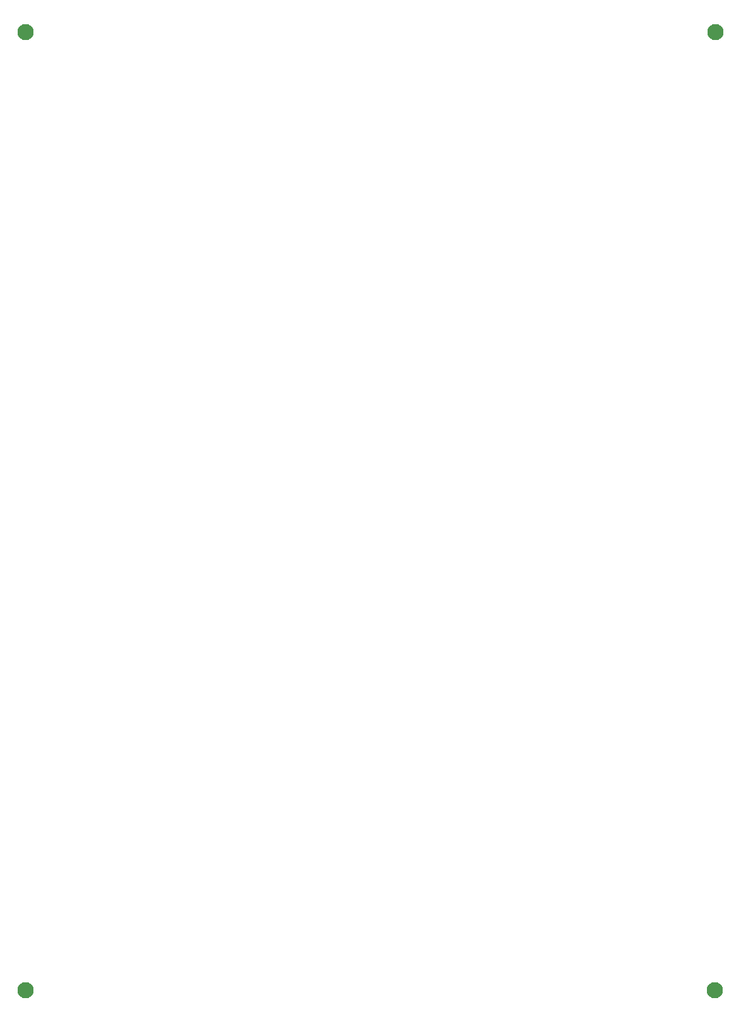
<source format=gbr>
%TF.GenerationSoftware,Altium Limited,Altium Designer,25.6.2 (33)*%
G04 Layer_Color=0*
%FSLAX45Y45*%
%MOMM*%
%TF.SameCoordinates,D625FAC1-649B-4139-A42B-0E7AE4161345*%
%TF.FilePolarity,Positive*%
%TF.FileFunction,NonPlated,1,2,NPTH,Drill*%
%TF.Part,Single*%
G01*
G75*
%TA.AperFunction,OtherDrill,Pad Free-2 (3mm,126.6mm)*%
%ADD76C,2.10000*%
%TA.AperFunction,OtherDrill,Pad Free-2 (3mm,2.8mm)*%
%ADD77C,2.10000*%
%TA.AperFunction,OtherDrill,Pad Free-2 (92mm,2.8mm)*%
%ADD78C,2.10000*%
%TA.AperFunction,OtherDrill,Pad Free-2 (92.1mm,126.6mm)*%
%ADD79C,2.10000*%
D76*
X300000Y12660000D02*
D03*
D77*
Y280000D02*
D03*
D78*
X9200000D02*
D03*
D79*
X9210000Y12660000D02*
D03*
%TF.MD5,938540992600c38c19e6583d600e33d4*%
M02*

</source>
